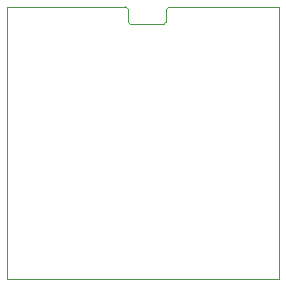
<source format=gbr>
%TF.GenerationSoftware,KiCad,Pcbnew,7.0.5*%
%TF.CreationDate,2023-07-12T14:46:01+02:00*%
%TF.ProjectId,euroslimenRFV2,6575726f-736c-4696-9d65-6e524656322e,rev?*%
%TF.SameCoordinates,Original*%
%TF.FileFunction,Profile,NP*%
%FSLAX46Y46*%
G04 Gerber Fmt 4.6, Leading zero omitted, Abs format (unit mm)*
G04 Created by KiCad (PCBNEW 7.0.5) date 2023-07-12 14:46:01*
%MOMM*%
%LPD*%
G01*
G04 APERTURE LIST*
%TA.AperFunction,Profile*%
%ADD10C,0.100000*%
%TD*%
G04 APERTURE END LIST*
D10*
X108650000Y-52000000D02*
G75*
G03*
X108450000Y-52200000I0J-200000D01*
G01*
X105198600Y-53280000D02*
G75*
G03*
X105398578Y-53480000I200000J0D01*
G01*
X105198600Y-52200000D02*
G75*
G03*
X104998578Y-52000000I-200000J0D01*
G01*
X108250000Y-53480000D02*
X105398578Y-53480000D01*
X104998578Y-52000000D02*
X95000000Y-52000000D01*
X105198578Y-52200000D02*
X105198578Y-53280000D01*
X108250000Y-53480000D02*
G75*
G03*
X108450000Y-53280000I0J200000D01*
G01*
X118000000Y-52000000D02*
X108650000Y-52000000D01*
X95000000Y-52000000D02*
X95000000Y-75000000D01*
X95000000Y-75000000D02*
X118000000Y-75000000D01*
X108450000Y-52200000D02*
X108450000Y-53280000D01*
X118000000Y-75000000D02*
X118000000Y-52000000D01*
M02*

</source>
